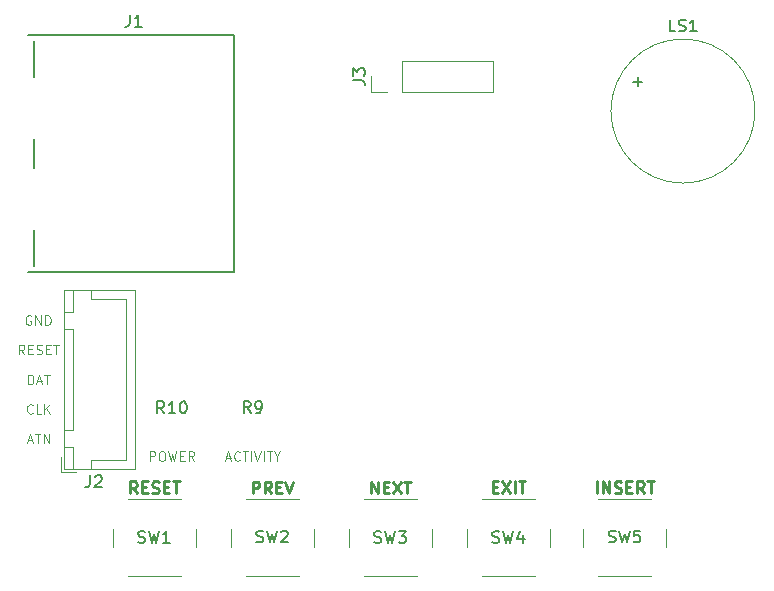
<source format=gto>
G04 #@! TF.GenerationSoftware,KiCad,Pcbnew,(5.1.0)-1*
G04 #@! TF.CreationDate,2020-07-11T17:50:00+02:00*
G04 #@! TF.ProjectId,Pi1541,50693135-3431-42e6-9b69-6361645f7063,rev?*
G04 #@! TF.SameCoordinates,Original*
G04 #@! TF.FileFunction,Legend,Top*
G04 #@! TF.FilePolarity,Positive*
%FSLAX46Y46*%
G04 Gerber Fmt 4.6, Leading zero omitted, Abs format (unit mm)*
G04 Created by KiCad (PCBNEW (5.1.0)-1) date 2020-07-11 17:50:00*
%MOMM*%
%LPD*%
G04 APERTURE LIST*
%ADD10C,0.100000*%
%ADD11C,0.250000*%
%ADD12C,0.150000*%
%ADD13C,0.120000*%
G04 APERTURE END LIST*
D10*
X201747634Y-137311413D02*
X202128586Y-137311413D01*
X201671443Y-137539984D02*
X201938110Y-136739984D01*
X202204777Y-137539984D01*
X202357158Y-136739984D02*
X202814300Y-136739984D01*
X202585729Y-137539984D02*
X202585729Y-136739984D01*
X203080967Y-137539984D02*
X203080967Y-136739984D01*
X203538110Y-137539984D01*
X203538110Y-136739984D01*
X202160329Y-134974594D02*
X202122234Y-135012689D01*
X202007948Y-135050784D01*
X201931758Y-135050784D01*
X201817472Y-135012689D01*
X201741281Y-134936499D01*
X201703186Y-134860308D01*
X201665091Y-134707927D01*
X201665091Y-134593641D01*
X201703186Y-134441260D01*
X201741281Y-134365070D01*
X201817472Y-134288880D01*
X201931758Y-134250784D01*
X202007948Y-134250784D01*
X202122234Y-134288880D01*
X202160329Y-134326975D01*
X202884139Y-135050784D02*
X202503186Y-135050784D01*
X202503186Y-134250784D01*
X203150805Y-135050784D02*
X203150805Y-134250784D01*
X203607948Y-135050784D02*
X203265091Y-134593641D01*
X203607948Y-134250784D02*
X203150805Y-134707927D01*
X201769217Y-132546344D02*
X201769217Y-131746344D01*
X201959693Y-131746344D01*
X202073979Y-131784440D01*
X202150169Y-131860630D01*
X202188264Y-131936820D01*
X202226360Y-132089201D01*
X202226360Y-132203487D01*
X202188264Y-132355868D01*
X202150169Y-132432059D01*
X202073979Y-132508249D01*
X201959693Y-132546344D01*
X201769217Y-132546344D01*
X202531121Y-132317773D02*
X202912074Y-132317773D01*
X202454931Y-132546344D02*
X202721598Y-131746344D01*
X202988264Y-132546344D01*
X203140645Y-131746344D02*
X203597788Y-131746344D01*
X203369217Y-132546344D02*
X203369217Y-131746344D01*
X201464455Y-130026664D02*
X201197788Y-129645712D01*
X201007312Y-130026664D02*
X201007312Y-129226664D01*
X201312074Y-129226664D01*
X201388264Y-129264760D01*
X201426360Y-129302855D01*
X201464455Y-129379045D01*
X201464455Y-129493331D01*
X201426360Y-129569521D01*
X201388264Y-129607617D01*
X201312074Y-129645712D01*
X201007312Y-129645712D01*
X201807312Y-129607617D02*
X202073979Y-129607617D01*
X202188264Y-130026664D02*
X201807312Y-130026664D01*
X201807312Y-129226664D01*
X202188264Y-129226664D01*
X202493026Y-129988569D02*
X202607312Y-130026664D01*
X202797788Y-130026664D01*
X202873979Y-129988569D01*
X202912074Y-129950474D01*
X202950169Y-129874283D01*
X202950169Y-129798093D01*
X202912074Y-129721902D01*
X202873979Y-129683807D01*
X202797788Y-129645712D01*
X202645407Y-129607617D01*
X202569217Y-129569521D01*
X202531121Y-129531426D01*
X202493026Y-129455236D01*
X202493026Y-129379045D01*
X202531121Y-129302855D01*
X202569217Y-129264760D01*
X202645407Y-129226664D01*
X202835883Y-129226664D01*
X202950169Y-129264760D01*
X203293026Y-129607617D02*
X203559693Y-129607617D01*
X203673979Y-130026664D02*
X203293026Y-130026664D01*
X203293026Y-129226664D01*
X203673979Y-129226664D01*
X203902550Y-129226664D02*
X204359693Y-129226664D01*
X204131121Y-130026664D02*
X204131121Y-129226664D01*
X202016836Y-126770480D02*
X201940645Y-126732384D01*
X201826360Y-126732384D01*
X201712074Y-126770480D01*
X201635883Y-126846670D01*
X201597788Y-126922860D01*
X201559693Y-127075241D01*
X201559693Y-127189527D01*
X201597788Y-127341908D01*
X201635883Y-127418099D01*
X201712074Y-127494289D01*
X201826360Y-127532384D01*
X201902550Y-127532384D01*
X202016836Y-127494289D01*
X202054931Y-127456194D01*
X202054931Y-127189527D01*
X201902550Y-127189527D01*
X202397788Y-127532384D02*
X202397788Y-126732384D01*
X202854931Y-127532384D01*
X202854931Y-126732384D01*
X203235883Y-127532384D02*
X203235883Y-126732384D01*
X203426360Y-126732384D01*
X203540645Y-126770480D01*
X203616836Y-126846670D01*
X203654931Y-126922860D01*
X203693026Y-127075241D01*
X203693026Y-127189527D01*
X203654931Y-127341908D01*
X203616836Y-127418099D01*
X203540645Y-127494289D01*
X203426360Y-127532384D01*
X203235883Y-127532384D01*
X218530853Y-138815093D02*
X218911805Y-138815093D01*
X218454662Y-139043664D02*
X218721329Y-138243664D01*
X218987996Y-139043664D01*
X219711805Y-138967474D02*
X219673710Y-139005569D01*
X219559424Y-139043664D01*
X219483234Y-139043664D01*
X219368948Y-139005569D01*
X219292758Y-138929379D01*
X219254662Y-138853188D01*
X219216567Y-138700807D01*
X219216567Y-138586521D01*
X219254662Y-138434140D01*
X219292758Y-138357950D01*
X219368948Y-138281760D01*
X219483234Y-138243664D01*
X219559424Y-138243664D01*
X219673710Y-138281760D01*
X219711805Y-138319855D01*
X219940377Y-138243664D02*
X220397520Y-138243664D01*
X220168948Y-139043664D02*
X220168948Y-138243664D01*
X220664186Y-139043664D02*
X220664186Y-138243664D01*
X220930853Y-138243664D02*
X221197520Y-139043664D01*
X221464186Y-138243664D01*
X221730853Y-139043664D02*
X221730853Y-138243664D01*
X221997520Y-138243664D02*
X222454662Y-138243664D01*
X222226091Y-139043664D02*
X222226091Y-138243664D01*
X222873710Y-138662712D02*
X222873710Y-139043664D01*
X222607043Y-138243664D02*
X222873710Y-138662712D01*
X223140377Y-138243664D01*
X212091900Y-139043664D02*
X212091900Y-138243664D01*
X212396662Y-138243664D01*
X212472853Y-138281760D01*
X212510948Y-138319855D01*
X212549043Y-138396045D01*
X212549043Y-138510331D01*
X212510948Y-138586521D01*
X212472853Y-138624617D01*
X212396662Y-138662712D01*
X212091900Y-138662712D01*
X213044281Y-138243664D02*
X213196662Y-138243664D01*
X213272853Y-138281760D01*
X213349043Y-138357950D01*
X213387139Y-138510331D01*
X213387139Y-138776998D01*
X213349043Y-138929379D01*
X213272853Y-139005569D01*
X213196662Y-139043664D01*
X213044281Y-139043664D01*
X212968091Y-139005569D01*
X212891900Y-138929379D01*
X212853805Y-138776998D01*
X212853805Y-138510331D01*
X212891900Y-138357950D01*
X212968091Y-138281760D01*
X213044281Y-138243664D01*
X213653805Y-138243664D02*
X213844281Y-139043664D01*
X213996662Y-138472236D01*
X214149043Y-139043664D01*
X214339520Y-138243664D01*
X214644281Y-138624617D02*
X214910948Y-138624617D01*
X215025234Y-139043664D02*
X214644281Y-139043664D01*
X214644281Y-138243664D01*
X215025234Y-138243664D01*
X215825234Y-139043664D02*
X215558567Y-138662712D01*
X215368091Y-139043664D02*
X215368091Y-138243664D01*
X215672853Y-138243664D01*
X215749043Y-138281760D01*
X215787139Y-138319855D01*
X215825234Y-138396045D01*
X215825234Y-138510331D01*
X215787139Y-138586521D01*
X215749043Y-138624617D01*
X215672853Y-138662712D01*
X215368091Y-138662712D01*
D11*
X249950026Y-141780820D02*
X249950026Y-140780820D01*
X250426217Y-141780820D02*
X250426217Y-140780820D01*
X250997645Y-141780820D01*
X250997645Y-140780820D01*
X251426217Y-141733201D02*
X251569074Y-141780820D01*
X251807169Y-141780820D01*
X251902407Y-141733201D01*
X251950026Y-141685582D01*
X251997645Y-141590344D01*
X251997645Y-141495106D01*
X251950026Y-141399868D01*
X251902407Y-141352249D01*
X251807169Y-141304630D01*
X251616693Y-141257011D01*
X251521455Y-141209392D01*
X251473836Y-141161773D01*
X251426217Y-141066535D01*
X251426217Y-140971297D01*
X251473836Y-140876059D01*
X251521455Y-140828440D01*
X251616693Y-140780820D01*
X251854788Y-140780820D01*
X251997645Y-140828440D01*
X252426217Y-141257011D02*
X252759550Y-141257011D01*
X252902407Y-141780820D02*
X252426217Y-141780820D01*
X252426217Y-140780820D01*
X252902407Y-140780820D01*
X253902407Y-141780820D02*
X253569074Y-141304630D01*
X253330979Y-141780820D02*
X253330979Y-140780820D01*
X253711931Y-140780820D01*
X253807169Y-140828440D01*
X253854788Y-140876059D01*
X253902407Y-140971297D01*
X253902407Y-141114154D01*
X253854788Y-141209392D01*
X253807169Y-141257011D01*
X253711931Y-141304630D01*
X253330979Y-141304630D01*
X254188121Y-140780820D02*
X254759550Y-140780820D01*
X254473836Y-141780820D02*
X254473836Y-140780820D01*
X241123716Y-141267171D02*
X241457049Y-141267171D01*
X241599906Y-141790980D02*
X241123716Y-141790980D01*
X241123716Y-140790980D01*
X241599906Y-140790980D01*
X241933240Y-140790980D02*
X242599906Y-141790980D01*
X242599906Y-140790980D02*
X241933240Y-141790980D01*
X242980859Y-141790980D02*
X242980859Y-140790980D01*
X243314192Y-140790980D02*
X243885620Y-140790980D01*
X243599906Y-141790980D02*
X243599906Y-140790980D01*
X230835481Y-141796060D02*
X230835481Y-140796060D01*
X231406910Y-141796060D01*
X231406910Y-140796060D01*
X231883100Y-141272251D02*
X232216434Y-141272251D01*
X232359291Y-141796060D02*
X231883100Y-141796060D01*
X231883100Y-140796060D01*
X232359291Y-140796060D01*
X232692624Y-140796060D02*
X233359291Y-141796060D01*
X233359291Y-140796060D02*
X232692624Y-141796060D01*
X233597386Y-140796060D02*
X234168815Y-140796060D01*
X233883100Y-141796060D02*
X233883100Y-140796060D01*
X220795502Y-141796060D02*
X220795502Y-140796060D01*
X221176455Y-140796060D01*
X221271693Y-140843680D01*
X221319312Y-140891299D01*
X221366931Y-140986537D01*
X221366931Y-141129394D01*
X221319312Y-141224632D01*
X221271693Y-141272251D01*
X221176455Y-141319870D01*
X220795502Y-141319870D01*
X222366931Y-141796060D02*
X222033598Y-141319870D01*
X221795502Y-141796060D02*
X221795502Y-140796060D01*
X222176455Y-140796060D01*
X222271693Y-140843680D01*
X222319312Y-140891299D01*
X222366931Y-140986537D01*
X222366931Y-141129394D01*
X222319312Y-141224632D01*
X222271693Y-141272251D01*
X222176455Y-141319870D01*
X221795502Y-141319870D01*
X222795502Y-141272251D02*
X223128836Y-141272251D01*
X223271693Y-141796060D02*
X222795502Y-141796060D01*
X222795502Y-140796060D01*
X223271693Y-140796060D01*
X223557407Y-140796060D02*
X223890740Y-141796060D01*
X224224074Y-140796060D01*
X210983459Y-141790980D02*
X210650125Y-141314790D01*
X210412030Y-141790980D02*
X210412030Y-140790980D01*
X210792982Y-140790980D01*
X210888220Y-140838600D01*
X210935840Y-140886219D01*
X210983459Y-140981457D01*
X210983459Y-141124314D01*
X210935840Y-141219552D01*
X210888220Y-141267171D01*
X210792982Y-141314790D01*
X210412030Y-141314790D01*
X211412030Y-141267171D02*
X211745363Y-141267171D01*
X211888220Y-141790980D02*
X211412030Y-141790980D01*
X211412030Y-140790980D01*
X211888220Y-140790980D01*
X212269173Y-141743361D02*
X212412030Y-141790980D01*
X212650125Y-141790980D01*
X212745363Y-141743361D01*
X212792982Y-141695742D01*
X212840601Y-141600504D01*
X212840601Y-141505266D01*
X212792982Y-141410028D01*
X212745363Y-141362409D01*
X212650125Y-141314790D01*
X212459649Y-141267171D01*
X212364411Y-141219552D01*
X212316792Y-141171933D01*
X212269173Y-141076695D01*
X212269173Y-140981457D01*
X212316792Y-140886219D01*
X212364411Y-140838600D01*
X212459649Y-140790980D01*
X212697744Y-140790980D01*
X212840601Y-140838600D01*
X213269173Y-141267171D02*
X213602506Y-141267171D01*
X213745363Y-141790980D02*
X213269173Y-141790980D01*
X213269173Y-140790980D01*
X213745363Y-140790980D01*
X214031078Y-140790980D02*
X214602506Y-140790980D01*
X214316792Y-141790980D02*
X214316792Y-140790980D01*
D12*
X219240640Y-103012520D02*
X201740640Y-103012520D01*
X219240640Y-123012520D02*
X219240640Y-103012520D01*
X201740640Y-123012520D02*
X219240640Y-123012520D01*
X202240640Y-122512520D02*
X202240640Y-119512520D01*
X202240640Y-114212520D02*
X202240640Y-111812520D01*
X202240640Y-106512520D02*
X202240640Y-103512520D01*
D13*
X263321000Y-109426000D02*
G75*
G03X263321000Y-109426000I-6100000J0D01*
G01*
X241111000Y-107815000D02*
X241111000Y-105155000D01*
X233431000Y-107815000D02*
X241111000Y-107815000D01*
X233431000Y-105155000D02*
X241111000Y-105155000D01*
X233431000Y-107815000D02*
X233431000Y-105155000D01*
X232161000Y-107815000D02*
X230831000Y-107815000D01*
X230831000Y-107815000D02*
X230831000Y-106485000D01*
X250031000Y-148810000D02*
X254531000Y-148810000D01*
X248781000Y-144810000D02*
X248781000Y-146310000D01*
X254531000Y-142310000D02*
X250031000Y-142310000D01*
X255781000Y-146310000D02*
X255781000Y-144810000D01*
X245951000Y-146310000D02*
X245951000Y-144810000D01*
X244701000Y-142310000D02*
X240201000Y-142310000D01*
X238951000Y-144810000D02*
X238951000Y-146310000D01*
X240201000Y-148810000D02*
X244701000Y-148810000D01*
X230201000Y-148810000D02*
X234701000Y-148810000D01*
X228951000Y-144810000D02*
X228951000Y-146310000D01*
X234701000Y-142310000D02*
X230201000Y-142310000D01*
X235951000Y-146310000D02*
X235951000Y-144810000D01*
X225951000Y-146310000D02*
X225951000Y-144810000D01*
X224701000Y-142310000D02*
X220201000Y-142310000D01*
X218951000Y-144810000D02*
X218951000Y-146310000D01*
X220201000Y-148810000D02*
X224701000Y-148810000D01*
X210210000Y-148810000D02*
X214710000Y-148810000D01*
X208960000Y-144810000D02*
X208960000Y-146310000D01*
X214710000Y-142310000D02*
X210210000Y-142310000D01*
X215960000Y-146310000D02*
X215960000Y-144810000D01*
X204845000Y-139718000D02*
X210815000Y-139718000D01*
X210815000Y-139718000D02*
X210815000Y-124598000D01*
X210815000Y-124598000D02*
X204845000Y-124598000D01*
X204845000Y-124598000D02*
X204845000Y-139718000D01*
X204855000Y-136408000D02*
X205605000Y-136408000D01*
X205605000Y-136408000D02*
X205605000Y-127908000D01*
X205605000Y-127908000D02*
X204855000Y-127908000D01*
X204855000Y-127908000D02*
X204855000Y-136408000D01*
X204855000Y-139708000D02*
X205605000Y-139708000D01*
X205605000Y-139708000D02*
X205605000Y-137908000D01*
X205605000Y-137908000D02*
X204855000Y-137908000D01*
X204855000Y-137908000D02*
X204855000Y-139708000D01*
X204855000Y-126408000D02*
X205605000Y-126408000D01*
X205605000Y-126408000D02*
X205605000Y-124608000D01*
X205605000Y-124608000D02*
X204855000Y-124608000D01*
X204855000Y-124608000D02*
X204855000Y-126408000D01*
X207105000Y-139708000D02*
X207105000Y-138958000D01*
X207105000Y-138958000D02*
X210055000Y-138958000D01*
X210055000Y-138958000D02*
X210055000Y-132158000D01*
X207105000Y-124608000D02*
X207105000Y-125358000D01*
X207105000Y-125358000D02*
X210055000Y-125358000D01*
X210055000Y-125358000D02*
X210055000Y-132158000D01*
X204555000Y-138758000D02*
X204555000Y-140008000D01*
X204555000Y-140008000D02*
X205805000Y-140008000D01*
D10*
X219752000Y-137188000D02*
G75*
G03X219752000Y-137188000I-50000J0D01*
G01*
X212889000Y-137188000D02*
G75*
G03X212889000Y-137188000I-50000J0D01*
G01*
D12*
X210374720Y-101272697D02*
X210374720Y-101988240D01*
X210327017Y-102131348D01*
X210231611Y-102226754D01*
X210088502Y-102274457D01*
X209993097Y-102274457D01*
X211376480Y-102274457D02*
X210804045Y-102274457D01*
X211090262Y-102274457D02*
X211090262Y-101272697D01*
X210994857Y-101415805D01*
X210899451Y-101511211D01*
X210804045Y-101558914D01*
X256578142Y-102678380D02*
X256101952Y-102678380D01*
X256101952Y-101678380D01*
X256863857Y-102630761D02*
X257006714Y-102678380D01*
X257244809Y-102678380D01*
X257340047Y-102630761D01*
X257387666Y-102583142D01*
X257435285Y-102487904D01*
X257435285Y-102392666D01*
X257387666Y-102297428D01*
X257340047Y-102249809D01*
X257244809Y-102202190D01*
X257054333Y-102154571D01*
X256959095Y-102106952D01*
X256911476Y-102059333D01*
X256863857Y-101964095D01*
X256863857Y-101868857D01*
X256911476Y-101773619D01*
X256959095Y-101726000D01*
X257054333Y-101678380D01*
X257292428Y-101678380D01*
X257435285Y-101726000D01*
X258387666Y-102678380D02*
X257816238Y-102678380D01*
X258101952Y-102678380D02*
X258101952Y-101678380D01*
X258006714Y-101821238D01*
X257911476Y-101916476D01*
X257816238Y-101964095D01*
X253030047Y-106957428D02*
X253791952Y-106957428D01*
X253411000Y-107338380D02*
X253411000Y-106576476D01*
X229283380Y-106818333D02*
X229997666Y-106818333D01*
X230140523Y-106865952D01*
X230235761Y-106961190D01*
X230283380Y-107104047D01*
X230283380Y-107199285D01*
X229283380Y-106437380D02*
X229283380Y-105818333D01*
X229664333Y-106151666D01*
X229664333Y-106008809D01*
X229711952Y-105913571D01*
X229759571Y-105865952D01*
X229854809Y-105818333D01*
X230092904Y-105818333D01*
X230188142Y-105865952D01*
X230235761Y-105913571D01*
X230283380Y-106008809D01*
X230283380Y-106294523D01*
X230235761Y-106389761D01*
X230188142Y-106437380D01*
X250939545Y-145894081D02*
X251082402Y-145941700D01*
X251320498Y-145941700D01*
X251415736Y-145894081D01*
X251463355Y-145846462D01*
X251510974Y-145751224D01*
X251510974Y-145655986D01*
X251463355Y-145560748D01*
X251415736Y-145513129D01*
X251320498Y-145465510D01*
X251130021Y-145417891D01*
X251034783Y-145370272D01*
X250987164Y-145322653D01*
X250939545Y-145227415D01*
X250939545Y-145132177D01*
X250987164Y-145036939D01*
X251034783Y-144989320D01*
X251130021Y-144941700D01*
X251368117Y-144941700D01*
X251510974Y-144989320D01*
X251844307Y-144941700D02*
X252082402Y-145941700D01*
X252272879Y-145227415D01*
X252463355Y-145941700D01*
X252701450Y-144941700D01*
X253558593Y-144941700D02*
X253082402Y-144941700D01*
X253034783Y-145417891D01*
X253082402Y-145370272D01*
X253177640Y-145322653D01*
X253415736Y-145322653D01*
X253510974Y-145370272D01*
X253558593Y-145417891D01*
X253606212Y-145513129D01*
X253606212Y-145751224D01*
X253558593Y-145846462D01*
X253510974Y-145894081D01*
X253415736Y-145941700D01*
X253177640Y-145941700D01*
X253082402Y-145894081D01*
X253034783Y-145846462D01*
X241090066Y-145955041D02*
X241232923Y-146002660D01*
X241471019Y-146002660D01*
X241566257Y-145955041D01*
X241613876Y-145907422D01*
X241661495Y-145812184D01*
X241661495Y-145716946D01*
X241613876Y-145621708D01*
X241566257Y-145574089D01*
X241471019Y-145526470D01*
X241280542Y-145478851D01*
X241185304Y-145431232D01*
X241137685Y-145383613D01*
X241090066Y-145288375D01*
X241090066Y-145193137D01*
X241137685Y-145097899D01*
X241185304Y-145050280D01*
X241280542Y-145002660D01*
X241518638Y-145002660D01*
X241661495Y-145050280D01*
X241994828Y-145002660D02*
X242232923Y-146002660D01*
X242423400Y-145288375D01*
X242613876Y-146002660D01*
X242851971Y-145002660D01*
X243661495Y-145335994D02*
X243661495Y-146002660D01*
X243423400Y-144955041D02*
X243185304Y-145669327D01*
X243804352Y-145669327D01*
X231092626Y-145955041D02*
X231235483Y-146002660D01*
X231473579Y-146002660D01*
X231568817Y-145955041D01*
X231616436Y-145907422D01*
X231664055Y-145812184D01*
X231664055Y-145716946D01*
X231616436Y-145621708D01*
X231568817Y-145574089D01*
X231473579Y-145526470D01*
X231283102Y-145478851D01*
X231187864Y-145431232D01*
X231140245Y-145383613D01*
X231092626Y-145288375D01*
X231092626Y-145193137D01*
X231140245Y-145097899D01*
X231187864Y-145050280D01*
X231283102Y-145002660D01*
X231521198Y-145002660D01*
X231664055Y-145050280D01*
X231997388Y-145002660D02*
X232235483Y-146002660D01*
X232425960Y-145288375D01*
X232616436Y-146002660D01*
X232854531Y-145002660D01*
X233140245Y-145002660D02*
X233759293Y-145002660D01*
X233425960Y-145383613D01*
X233568817Y-145383613D01*
X233664055Y-145431232D01*
X233711674Y-145478851D01*
X233759293Y-145574089D01*
X233759293Y-145812184D01*
X233711674Y-145907422D01*
X233664055Y-145955041D01*
X233568817Y-146002660D01*
X233283102Y-146002660D01*
X233187864Y-145955041D01*
X233140245Y-145907422D01*
X221105346Y-145904241D02*
X221248203Y-145951860D01*
X221486299Y-145951860D01*
X221581537Y-145904241D01*
X221629156Y-145856622D01*
X221676775Y-145761384D01*
X221676775Y-145666146D01*
X221629156Y-145570908D01*
X221581537Y-145523289D01*
X221486299Y-145475670D01*
X221295822Y-145428051D01*
X221200584Y-145380432D01*
X221152965Y-145332813D01*
X221105346Y-145237575D01*
X221105346Y-145142337D01*
X221152965Y-145047099D01*
X221200584Y-144999480D01*
X221295822Y-144951860D01*
X221533918Y-144951860D01*
X221676775Y-144999480D01*
X222010108Y-144951860D02*
X222248203Y-145951860D01*
X222438680Y-145237575D01*
X222629156Y-145951860D01*
X222867251Y-144951860D01*
X223200584Y-145047099D02*
X223248203Y-144999480D01*
X223343441Y-144951860D01*
X223581537Y-144951860D01*
X223676775Y-144999480D01*
X223724394Y-145047099D01*
X223772013Y-145142337D01*
X223772013Y-145237575D01*
X223724394Y-145380432D01*
X223152965Y-145951860D01*
X223772013Y-145951860D01*
X211092306Y-145929641D02*
X211235163Y-145977260D01*
X211473259Y-145977260D01*
X211568497Y-145929641D01*
X211616116Y-145882022D01*
X211663735Y-145786784D01*
X211663735Y-145691546D01*
X211616116Y-145596308D01*
X211568497Y-145548689D01*
X211473259Y-145501070D01*
X211282782Y-145453451D01*
X211187544Y-145405832D01*
X211139925Y-145358213D01*
X211092306Y-145262975D01*
X211092306Y-145167737D01*
X211139925Y-145072499D01*
X211187544Y-145024880D01*
X211282782Y-144977260D01*
X211520878Y-144977260D01*
X211663735Y-145024880D01*
X211997068Y-144977260D02*
X212235163Y-145977260D01*
X212425640Y-145262975D01*
X212616116Y-145977260D01*
X212854211Y-144977260D01*
X213758973Y-145977260D02*
X213187544Y-145977260D01*
X213473259Y-145977260D02*
X213473259Y-144977260D01*
X213378020Y-145120118D01*
X213282782Y-145215356D01*
X213187544Y-145262975D01*
X207012346Y-140282980D02*
X207012346Y-140997266D01*
X206964727Y-141140123D01*
X206869489Y-141235361D01*
X206726632Y-141282980D01*
X206631394Y-141282980D01*
X207440918Y-140378219D02*
X207488537Y-140330600D01*
X207583775Y-140282980D01*
X207821870Y-140282980D01*
X207917108Y-140330600D01*
X207964727Y-140378219D01*
X208012346Y-140473457D01*
X208012346Y-140568695D01*
X207964727Y-140711552D01*
X207393299Y-141282980D01*
X208012346Y-141282980D01*
X220610253Y-134998780D02*
X220276920Y-134522590D01*
X220038824Y-134998780D02*
X220038824Y-133998780D01*
X220419777Y-133998780D01*
X220515015Y-134046400D01*
X220562634Y-134094019D01*
X220610253Y-134189257D01*
X220610253Y-134332114D01*
X220562634Y-134427352D01*
X220515015Y-134474971D01*
X220419777Y-134522590D01*
X220038824Y-134522590D01*
X221086443Y-134998780D02*
X221276920Y-134998780D01*
X221372158Y-134951161D01*
X221419777Y-134903542D01*
X221515015Y-134760685D01*
X221562634Y-134570209D01*
X221562634Y-134189257D01*
X221515015Y-134094019D01*
X221467396Y-134046400D01*
X221372158Y-133998780D01*
X221181681Y-133998780D01*
X221086443Y-134046400D01*
X221038824Y-134094019D01*
X220991205Y-134189257D01*
X220991205Y-134427352D01*
X221038824Y-134522590D01*
X221086443Y-134570209D01*
X221181681Y-134617828D01*
X221372158Y-134617828D01*
X221467396Y-134570209D01*
X221515015Y-134522590D01*
X221562634Y-134427352D01*
X213291222Y-135008940D02*
X212957889Y-134532750D01*
X212719794Y-135008940D02*
X212719794Y-134008940D01*
X213100746Y-134008940D01*
X213195984Y-134056560D01*
X213243603Y-134104179D01*
X213291222Y-134199417D01*
X213291222Y-134342274D01*
X213243603Y-134437512D01*
X213195984Y-134485131D01*
X213100746Y-134532750D01*
X212719794Y-134532750D01*
X214243603Y-135008940D02*
X213672175Y-135008940D01*
X213957889Y-135008940D02*
X213957889Y-134008940D01*
X213862651Y-134151798D01*
X213767413Y-134247036D01*
X213672175Y-134294655D01*
X214862651Y-134008940D02*
X214957889Y-134008940D01*
X215053127Y-134056560D01*
X215100746Y-134104179D01*
X215148365Y-134199417D01*
X215195984Y-134389893D01*
X215195984Y-134627988D01*
X215148365Y-134818464D01*
X215100746Y-134913702D01*
X215053127Y-134961321D01*
X214957889Y-135008940D01*
X214862651Y-135008940D01*
X214767413Y-134961321D01*
X214719794Y-134913702D01*
X214672175Y-134818464D01*
X214624556Y-134627988D01*
X214624556Y-134389893D01*
X214672175Y-134199417D01*
X214719794Y-134104179D01*
X214767413Y-134056560D01*
X214862651Y-134008940D01*
M02*

</source>
